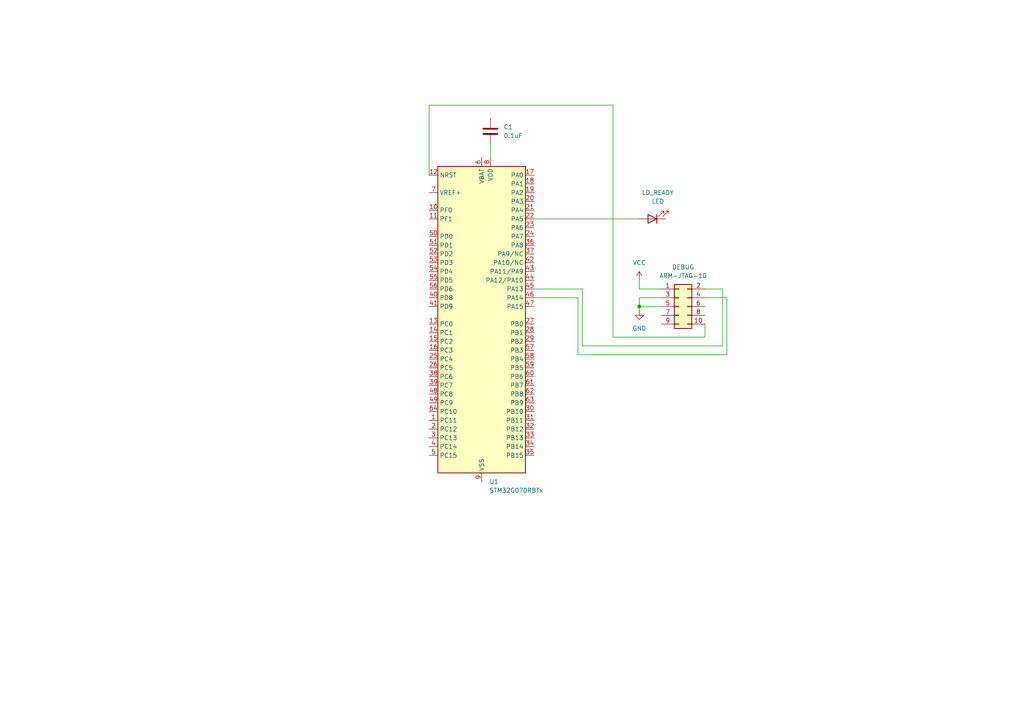
<source format=kicad_sch>
(kicad_sch (version 20231120) (generator "eeschema") (generator_version "8.0")
  (paper "A4")
  (lib_symbols
    (symbol "Connector_Generic:Conn_02x05_Odd_Even" (pin_names (offset 1.016) hide)
      (property "Reference" "J" (at 1.27 7.62 0))
      (property "Value" "Conn_02x05_Odd_Even" (at 1.27 -7.62 0))
      (symbol "Conn_02x05_Odd_Even_1_1"
        (rectangle (start -1.27 -4.953) (end 0 -5.207) (stroke (width 0.1524)))
        (rectangle (start -1.27 -2.413) (end 0 -2.667) (stroke (width 0.1524)))
        (rectangle (start -1.27 0.127) (end 0 -0.127) (stroke (width 0.1524)))
        (rectangle (start -1.27 2.667) (end 0 2.413) (stroke (width 0.1524)))
        (rectangle (start -1.27 5.207) (end 0 4.953) (stroke (width 0.1524)))
        (rectangle (start -1.27 6.35) (end 3.81 -6.35) (stroke (width 0.254)) (fill (type background)))
        (rectangle (start 3.81 -4.953) (end 2.54 -5.207) (stroke (width 0.1524)))
        (rectangle (start 3.81 -2.413) (end 2.54 -2.667) (stroke (width 0.1524)))
        (rectangle (start 3.81 0.127) (end 2.54 -0.127) (stroke (width 0.1524)))
        (rectangle (start 3.81 2.667) (end 2.54 2.413) (stroke (width 0.1524)))
        (rectangle (start 3.81 5.207) (end 2.54 4.953) (stroke (width 0.1524)))
        (pin passive line (at -5.08 5.08 0) (length 3.81) (name "Pin_1") (number "1"))
        (pin passive line (at 7.62 -5.08 180) (length 3.81) (name "Pin_10") (number "10"))
        (pin passive line (at 7.62 5.08 180) (length 3.81) (name "Pin_2") (number "2"))
        (pin passive line (at -5.08 2.54 0) (length 3.81) (name "Pin_3") (number "3"))
        (pin passive line (at 7.62 2.54 180) (length 3.81) (name "Pin_4") (number "4"))
        (pin passive line (at -5.08 0 0) (length 3.81) (name "Pin_5") (number "5"))
        (pin passive line (at 7.62 0 180) (length 3.81) (name "Pin_6") (number "6"))
        (pin passive line (at -5.08 -2.54 0) (length 3.81) (name "Pin_7") (number "7"))
        (pin passive line (at 7.62 -2.54 180) (length 3.81) (name "Pin_8") (number "8"))
        (pin passive line (at -5.08 -5.08 0) (length 3.81) (name "Pin_9") (number "9"))
      )
    )
    (symbol "Device:C" (pin_numbers hide) (pin_names (offset 0.254))
      (property "Reference" "C" (at 0.635 2.54 0))
      (property "Value" "C" (at 0.635 -2.54 0))
      (symbol "C_0_1"
        (polyline (pts (xy -2.032 -0.762) (xy 2.032 -0.762)) (stroke (width 0.508)))
        (polyline (pts (xy -2.032 0.762) (xy 2.032 0.762)) (stroke (width 0.508)))
      )
      (symbol "C_1_1"
        (pin passive line (at 0 3.81 270) (length 2.794) (name "~") (number "1"))
        (pin passive line (at 0 -3.81 90) (length 2.794) (name "~") (number "2"))
      )
    )
    (symbol "Device:LED" (pin_numbers hide) (pin_names (offset 1.016) hide)
      (property "Reference" "D" (at 0 2.54 0))
      (property "Value" "LED" (at 0 -2.54 0))
      (symbol "LED_0_1"
        (polyline (pts (xy -1.27 -1.27) (xy -1.27 1.27)) (stroke (width 0.254)))
        (polyline (pts (xy -1.27 0) (xy 1.27 0)))
        (polyline (pts (xy 1.27 -1.27) (xy 1.27 1.27) (xy -1.27 0) (xy 1.27 -1.27)) (stroke (width 0.254)))
        (polyline (pts (xy -3.048 -0.762) (xy -4.572 -2.286) (xy -3.81 -2.286) (xy -4.572 -2.286) (xy -4.572 -1.524)))
        (polyline (pts (xy -1.778 -0.762) (xy -3.302 -2.286) (xy -2.54 -2.286) (xy -3.302 -2.286) (xy -3.302 -1.524)))
      )
      (symbol "LED_1_1"
        (pin passive line (at -3.81 0 0) (length 2.54) (name "K") (number "1"))
        (pin passive line (at 3.81 0 180) (length 2.54) (name "A") (number "2"))
      )
    )
    (symbol "MCU_ST_STM32G0:STM32G070RBTx"
      (property "Reference" "U" (at -12.7 46.99 0))
      (property "Value" "STM32G070RBTx" (at 5.08 46.99 0))
      (symbol "STM32G070RBTx_0_1"
        (rectangle (start -12.7 -43.18) (end 12.7 45.72) (stroke (width 0.254)) (fill (type background)))
      )
      (symbol "STM32G070RBTx_1_1"
        (pin bidirectional line (at -15.24 -27.94 0) (length 2.54) (name "PC11") (number "1"))
        (pin bidirectional line (at -15.24 33.02 0) (length 2.54) (name "PF0") (number "10"))
        (pin bidirectional line (at -15.24 30.48 0) (length 2.54) (name "PF1") (number "11"))
        (pin input line (at -15.24 43.18 0) (length 2.54) (name "NRST") (number "12"))
        (pin bidirectional line (at -15.24 0 0) (length 2.54) (name "PC0") (number "13"))
        (pin bidirectional line (at -15.24 -2.54 0) (length 2.54) (name "PC1") (number "14"))
        (pin bidirectional line (at -15.24 -5.08 0) (length 2.54) (name "PC2") (number "15"))
        (pin bidirectional line (at -15.24 -7.62 0) (length 2.54) (name "PC3") (number "16"))
        (pin bidirectional line (at 15.24 43.18 180) (length 2.54) (name "PA0") (number "17"))
        (pin bidirectional line (at 15.24 40.64 180) (length 2.54) (name "PA1") (number "18"))
        (pin bidirectional line (at 15.24 38.1 180) (length 2.54) (name "PA2") (number "19"))
        (pin bidirectional line (at -15.24 -30.48 0) (length 2.54) (name "PC12") (number "2"))
        (pin bidirectional line (at 15.24 35.56 180) (length 2.54) (name "PA3") (number "20"))
        (pin bidirectional line (at 15.24 33.02 180) (length 2.54) (name "PA4") (number "21"))
        (pin bidirectional line (at 15.24 30.48 180) (length 2.54) (name "PA5") (number "22"))
        (pin bidirectional line (at 15.24 27.94 180) (length 2.54) (name "PA6") (number "23"))
        (pin bidirectional line (at 15.24 25.4 180) (length 2.54) (name "PA7") (number "24"))
        (pin bidirectional line (at -15.24 -10.16 0) (length 2.54) (name "PC4") (number "25"))
        (pin bidirectional line (at -15.24 -12.7 0) (length 2.54) (name "PC5") (number "26"))
        (pin bidirectional line (at 15.24 0 180) (length 2.54) (name "PB0") (number "27"))
        (pin bidirectional line (at 15.24 -2.54 180) (length 2.54) (name "PB1") (number "28"))
        (pin bidirectional line (at 15.24 -5.08 180) (length 2.54) (name "PB2") (number "29"))
        (pin bidirectional line (at -15.24 -33.02 0) (length 2.54) (name "PC13") (number "3"))
        (pin bidirectional line (at 15.24 -25.4 180) (length 2.54) (name "PB10") (number "30"))
        (pin bidirectional line (at 15.24 -27.94 180) (length 2.54) (name "PB11") (number "31"))
        (pin bidirectional line (at 15.24 -30.48 180) (length 2.54) (name "PB12") (number "32"))
        (pin bidirectional line (at 15.24 -33.02 180) (length 2.54) (name "PB13") (number "33"))
        (pin bidirectional line (at 15.24 -35.56 180) (length 2.54) (name "PB14") (number "34"))
        (pin bidirectional line (at 15.24 -38.1 180) (length 2.54) (name "PB15") (number "35"))
        (pin bidirectional line (at 15.24 22.86 180) (length 2.54) (name "PA8") (number "36"))
        (pin bidirectional line (at 15.24 20.32 180) (length 2.54) (name "PA9/NC") (number "37"))
        (pin bidirectional line (at -15.24 -15.24 0) (length 2.54) (name "PC6") (number "38"))
        (pin bidirectional line (at -15.24 -17.78 0) (length 2.54) (name "PC7") (number "39"))
        (pin bidirectional line (at -15.24 -35.56 0) (length 2.54) (name "PC14") (number "4"))
        (pin bidirectional line (at -15.24 7.62 0) (length 2.54) (name "PD8") (number "40"))
        (pin bidirectional line (at -15.24 5.08 0) (length 2.54) (name "PD9") (number "41"))
        (pin bidirectional line (at 15.24 17.78 180) (length 2.54) (name "PA10/NC") (number "42"))
        (pin bidirectional line (at 15.24 15.24 180) (length 2.54) (name "PA11/PA9") (number "43"))
        (pin bidirectional line (at 15.24 12.7 180) (length 2.54) (name "PA12/PA10") (number "44"))
        (pin bidirectional line (at 15.24 10.16 180) (length 2.54) (name "PA13") (number "45"))
        (pin bidirectional line (at 15.24 7.62 180) (length 2.54) (name "PA14") (number "46"))
        (pin bidirectional line (at 15.24 5.08 180) (length 2.54) (name "PA15") (number "47"))
        (pin bidirectional line (at -15.24 -20.32 0) (length 2.54) (name "PC8") (number "48"))
        (pin bidirectional line (at -15.24 -22.86 0) (length 2.54) (name "PC9") (number "49"))
        (pin bidirectional line (at -15.24 -38.1 0) (length 2.54) (name "PC15") (number "5"))
        (pin bidirectional line (at -15.24 25.4 0) (length 2.54) (name "PD0") (number "50"))
        (pin bidirectional line (at -15.24 22.86 0) (length 2.54) (name "PD1") (number "51"))
        (pin bidirectional line (at -15.24 20.32 0) (length 2.54) (name "PD2") (number "52"))
        (pin bidirectional line (at -15.24 17.78 0) (length 2.54) (name "PD3") (number "53"))
        (pin bidirectional line (at -15.24 15.24 0) (length 2.54) (name "PD4") (number "54"))
        (pin bidirectional line (at -15.24 12.7 0) (length 2.54) (name "PD5") (number "55"))
        (pin bidirectional line (at -15.24 10.16 0) (length 2.54) (name "PD6") (number "56"))
        (pin bidirectional line (at 15.24 -7.62 180) (length 2.54) (name "PB3") (number "57"))
        (pin bidirectional line (at 15.24 -10.16 180) (length 2.54) (name "PB4") (number "58"))
        (pin bidirectional line (at 15.24 -12.7 180) (length 2.54) (name "PB5") (number "59"))
        (pin power_in line (at 0 48.26 270) (length 2.54) (name "VBAT") (number "6"))
        (pin bidirectional line (at 15.24 -15.24 180) (length 2.54) (name "PB6") (number "60"))
        (pin bidirectional line (at 15.24 -17.78 180) (length 2.54) (name "PB7") (number "61"))
        (pin bidirectional line (at 15.24 -20.32 180) (length 2.54) (name "PB8") (number "62"))
        (pin bidirectional line (at 15.24 -22.86 180) (length 2.54) (name "PB9") (number "63"))
        (pin bidirectional line (at -15.24 -25.4 0) (length 2.54) (name "PC10") (number "64"))
        (pin input line (at -15.24 38.1 0) (length 2.54) (name "VREF+") (number "7"))
        (pin power_in line (at 2.54 48.26 270) (length 2.54) (name "VDD") (number "8"))
        (pin power_in line (at 0 -45.72 90) (length 2.54) (name "VSS") (number "9"))
      )
    )
    (symbol "power:GND" (power) (pin_numbers hide) (pin_names (offset 0) hide)
      (property "Value" "GND" (at 0 -3.81 0))
      (symbol "GND_0_1"
        (polyline (pts (xy 0 0) (xy 0 -1.27) (xy 1.27 -1.27) (xy 0 -2.54) (xy -1.27 -1.27) (xy 0 -1.27)))
      )
      (symbol "GND_1_1"
        (pin power_in line (at 0 0 270) (length 0) (name "~") (number "1"))
      )
    )
    (symbol "power:VCC" (power) (pin_numbers hide) (pin_names (offset 0) hide)
      (property "Value" "VCC" (at 0 3.556 0))
      (symbol "VCC_0_1"
        (polyline (pts (xy -0.762 1.27) (xy 0 2.54)))
        (polyline (pts (xy 0 0) (xy 0 2.54)))
        (polyline (pts (xy 0 2.54) (xy 0.762 1.27)))
      )
      (symbol "VCC_1_1"
        (pin power_in line (at 0 0 90) (length 0) (name "~") (number "1"))
      )
    )
  )
  (junction (at 185.42 88.9))
  (wire (pts (xy 142.24 41.91) (xy 142.24 45.72)))
  (wire (pts (xy 210.82 86.36) (xy 204.47 86.36)))
  (wire (pts (xy 185.42 88.9) (xy 191.77 88.9)))
  (wire (pts (xy 210.82 102.87) (xy 210.82 86.36)))
  (wire (pts (xy 167.64 102.87) (xy 210.82 102.87)))
  (wire (pts (xy 191.77 86.36) (xy 185.42 86.36)))
  (wire (pts (xy 124.46 30.48) (xy 177.8 30.48)))
  (wire (pts (xy 168.91 83.82) (xy 154.94 83.82)))
  (wire (pts (xy 185.42 86.36) (xy 185.42 88.9)))
  (wire (pts (xy 124.46 50.8) (xy 124.46 30.48)))
  (wire (pts (xy 168.91 100.33) (xy 209.55 100.33)))
  (wire (pts (xy 168.91 100.33) (xy 168.91 83.82)))
  (wire (pts (xy 185.42 83.82) (xy 191.77 83.82)))
  (wire (pts (xy 185.42 90.17) (xy 185.42 88.9)))
  (wire (pts (xy 209.55 83.82) (xy 204.47 83.82)))
  (wire (pts (xy 167.64 102.87) (xy 167.64 86.36)))
  (wire (pts (xy 204.47 97.79) (xy 204.47 93.98)))
  (wire (pts (xy 177.8 97.79) (xy 204.47 97.79)))
  (wire (pts (xy 209.55 100.33) (xy 209.55 83.82)))
  (wire (pts (xy 185.42 81.28) (xy 185.42 83.82)))
  (wire (pts (xy 154.94 63.5) (xy 185.42 63.5)))
  (wire (pts (xy 177.8 30.48) (xy 177.8 97.79)))
  (wire (pts (xy 167.64 86.36) (xy 154.94 86.36)))
  (symbol (lib_id "Device:C") (at 142.24 38.1 0) (unit 1)
    (property "Reference" "C1" (at 146.05 36.8299 0) (effects (justify left)))
    (property "Value" "0.1uF" (at 146.05 39.3699 0) (effects (justify left)))
    (property "Description" "Unpolarized capacitor" (effects (hide yes)))
  )
  (symbol (lib_id "MCU_ST_STM32G0:STM32G070RBTx") (at 139.7 93.98 0) (unit 1)
    (property "Reference" "U1" (at 141.8941 139.7 0) (effects (justify left)))
    (property "Value" "STM32G070RBTx" (at 141.8941 142.24 0) (effects (justify left)))
    (property "Footprint" "Package_QFP:LQFP-64_10x10mm_P0.5mm" (effects (hide yes)))
    (property "Datasheet" "https://www.st.com/resource/en/datasheet/stm32g070rb.pdf" (effects (hide yes)))
    (property "Description" "STMicroelectronics Arm Cortex-M0+ MCU, 128KB flash, 36KB RAM, 64 MHz, 2.0-3.6V, 59 GPIO, LQFP64" (effects (hide yes)))
  )
  (symbol (lib_id "power:GND") (at 185.42 90.17 0) (unit 1)
    (property "Reference" "#PWR01" (effects (hide yes)))
    (property "Value" "GND" (at 185.42 95.25 0))
    (property "Description" "Power symbol creates a global label with name \"GND\" , ground" (effects (hide yes)))
  )
  (symbol (lib_id "Device:LED") (at 189.23 63.5 180) (unit 1)
    (property "Reference" "LD_READY" (at 190.8175 55.88 0))
    (property "Value" "LED" (at 190.8175 58.42 0))
    (property "Description" "Light emitting diode" (effects (hide yes)))
  )
  (symbol (lib_id "power:VCC") (at 185.42 81.28 0) (unit 1)
    (property "Reference" "#PWR02" (effects (hide yes)))
    (property "Value" "VCC" (at 185.42 76.2 0))
    (property "Description" "Power symbol creates a global label with name \"VCC\"" (effects (hide yes)))
  )
  (symbol (lib_id "Connector_Generic:Conn_02x05_Odd_Even") (at 196.85 88.9 0) (unit 1)
    (property "Reference" "DEBUG" (at 198.12 77.47 0))
    (property "Value" "ARM-JTAG-10" (at 198.12 80.01 0))
    (property "Description" "Generic connector, double row, 02x05, odd/even pin numbering scheme (row 1 odd numbers, row 2 even numbers), script generated (kicad-library-utils/schlib/autogen/connector/)" (effects (hide yes)))
  )
)
</source>
